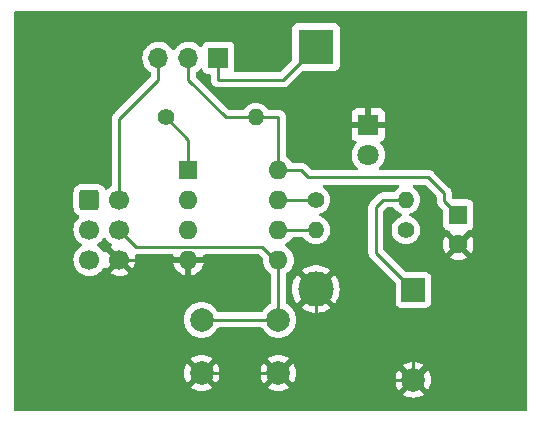
<source format=gtl>
G04 #@! TF.GenerationSoftware,KiCad,Pcbnew,6.0.8-1.fc36*
G04 #@! TF.CreationDate,2022-10-16T22:18:08-05:00*
G04 #@! TF.ProjectId,Pomodoro,506f6d6f-646f-4726-9f2e-6b696361645f,rev?*
G04 #@! TF.SameCoordinates,Original*
G04 #@! TF.FileFunction,Copper,L1,Top*
G04 #@! TF.FilePolarity,Positive*
%FSLAX46Y46*%
G04 Gerber Fmt 4.6, Leading zero omitted, Abs format (unit mm)*
G04 Created by KiCad (PCBNEW 6.0.8-1.fc36) date 2022-10-16 22:18:08*
%MOMM*%
%LPD*%
G01*
G04 APERTURE LIST*
G04 Aperture macros list*
%AMRoundRect*
0 Rectangle with rounded corners*
0 $1 Rounding radius*
0 $2 $3 $4 $5 $6 $7 $8 $9 X,Y pos of 4 corners*
0 Add a 4 corners polygon primitive as box body*
4,1,4,$2,$3,$4,$5,$6,$7,$8,$9,$2,$3,0*
0 Add four circle primitives for the rounded corners*
1,1,$1+$1,$2,$3*
1,1,$1+$1,$4,$5*
1,1,$1+$1,$6,$7*
1,1,$1+$1,$8,$9*
0 Add four rect primitives between the rounded corners*
20,1,$1+$1,$2,$3,$4,$5,0*
20,1,$1+$1,$4,$5,$6,$7,0*
20,1,$1+$1,$6,$7,$8,$9,0*
20,1,$1+$1,$8,$9,$2,$3,0*%
G04 Aperture macros list end*
G04 #@! TA.AperFunction,ComponentPad*
%ADD10R,2.000000X2.000000*%
G04 #@! TD*
G04 #@! TA.AperFunction,ComponentPad*
%ADD11C,2.000000*%
G04 #@! TD*
G04 #@! TA.AperFunction,ComponentPad*
%ADD12R,1.600000X1.600000*%
G04 #@! TD*
G04 #@! TA.AperFunction,ComponentPad*
%ADD13C,1.600000*%
G04 #@! TD*
G04 #@! TA.AperFunction,ComponentPad*
%ADD14R,1.800000X1.800000*%
G04 #@! TD*
G04 #@! TA.AperFunction,ComponentPad*
%ADD15C,1.800000*%
G04 #@! TD*
G04 #@! TA.AperFunction,ComponentPad*
%ADD16RoundRect,0.250000X-0.600000X-0.600000X0.600000X-0.600000X0.600000X0.600000X-0.600000X0.600000X0*%
G04 #@! TD*
G04 #@! TA.AperFunction,ComponentPad*
%ADD17C,1.700000*%
G04 #@! TD*
G04 #@! TA.AperFunction,ComponentPad*
%ADD18R,1.700000X1.700000*%
G04 #@! TD*
G04 #@! TA.AperFunction,ComponentPad*
%ADD19O,1.700000X1.700000*%
G04 #@! TD*
G04 #@! TA.AperFunction,ComponentPad*
%ADD20C,1.400000*%
G04 #@! TD*
G04 #@! TA.AperFunction,ComponentPad*
%ADD21O,1.400000X1.400000*%
G04 #@! TD*
G04 #@! TA.AperFunction,ComponentPad*
%ADD22O,1.600000X1.600000*%
G04 #@! TD*
G04 #@! TA.AperFunction,ComponentPad*
%ADD23R,3.000000X3.000000*%
G04 #@! TD*
G04 #@! TA.AperFunction,ComponentPad*
%ADD24C,3.000000*%
G04 #@! TD*
G04 #@! TA.AperFunction,Conductor*
%ADD25C,0.250000*%
G04 #@! TD*
G04 APERTURE END LIST*
D10*
X104140000Y-123200000D03*
D11*
X104140000Y-130800000D03*
D12*
X107950000Y-116840000D03*
D13*
X107950000Y-119340000D03*
D14*
X100330000Y-109215000D03*
D15*
X100330000Y-111755000D03*
D16*
X76717500Y-115565000D03*
D17*
X79257500Y-115565000D03*
X76717500Y-118105000D03*
X79257500Y-118105000D03*
X76717500Y-120645000D03*
X79257500Y-120645000D03*
D18*
X87630000Y-103530000D03*
D19*
X85090000Y-103530000D03*
X82550000Y-103530000D03*
D20*
X103505000Y-118110000D03*
D21*
X95885000Y-118110000D03*
D20*
X83185000Y-108585000D03*
D21*
X90805000Y-108585000D03*
D11*
X92710000Y-125730000D03*
X86210000Y-125730000D03*
X86210000Y-130230000D03*
X92710000Y-130230000D03*
D12*
X85100000Y-113040000D03*
D22*
X85100000Y-115580000D03*
X85100000Y-118120000D03*
X85100000Y-120660000D03*
X92720000Y-120660000D03*
X92720000Y-118120000D03*
X92720000Y-115580000D03*
X92720000Y-113040000D03*
D20*
X95885000Y-115570000D03*
D21*
X103505000Y-115570000D03*
D23*
X95885000Y-102628920D03*
D24*
X95885000Y-123118920D03*
D25*
X92710000Y-108585000D02*
X88265000Y-108585000D01*
X107950000Y-116840000D02*
X106744888Y-115634888D01*
X105410000Y-113665000D02*
X106744888Y-114999888D01*
X88265000Y-108585000D02*
X85090000Y-105410000D01*
X92710000Y-108585000D02*
X92710000Y-113030000D01*
X95250000Y-113665000D02*
X105410000Y-113665000D01*
X92720000Y-113040000D02*
X94625000Y-113040000D01*
X92710000Y-113030000D02*
X92720000Y-113040000D01*
X94625000Y-113040000D02*
X95250000Y-113665000D01*
X85090000Y-103530000D02*
X85090000Y-105410000D01*
X106744888Y-114999888D02*
X106744888Y-115634888D01*
X95885000Y-127055000D02*
X95885000Y-123118920D01*
X109244888Y-114324888D02*
X104135000Y-109215000D01*
X92710000Y-130230000D02*
X86210000Y-130230000D01*
X85100000Y-123180000D02*
X83185000Y-125095000D01*
X79257500Y-120645000D02*
X85085000Y-120645000D01*
X104140000Y-128905000D02*
X109244888Y-123800112D01*
X104140000Y-130800000D02*
X104140000Y-128905000D01*
X107910000Y-119340000D02*
X109220000Y-120650000D01*
X92710000Y-130230000D02*
X95885000Y-127055000D01*
X85085000Y-120645000D02*
X85100000Y-120660000D01*
X109244888Y-123800112D02*
X109244888Y-116840000D01*
X104135000Y-109215000D02*
X100330000Y-109215000D01*
X104140000Y-130800000D02*
X99630000Y-130800000D01*
X109244888Y-116840000D02*
X109244888Y-114324888D01*
X99630000Y-130800000D02*
X95885000Y-127055000D01*
X85100000Y-120660000D02*
X85100000Y-123180000D01*
X83185000Y-127205000D02*
X86210000Y-130230000D01*
X83185000Y-125095000D02*
X83185000Y-127205000D01*
X85100000Y-113040000D02*
X85100000Y-110500000D01*
X85100000Y-110500000D02*
X83185000Y-108585000D01*
X79257500Y-108702500D02*
X82550000Y-105410000D01*
X79257500Y-115565000D02*
X79257500Y-108702500D01*
X82550000Y-105410000D02*
X82550000Y-103530000D01*
X95885000Y-115570000D02*
X92730000Y-115570000D01*
X92730000Y-115570000D02*
X92720000Y-115580000D01*
X92730000Y-118110000D02*
X92720000Y-118120000D01*
X95885000Y-118110000D02*
X92730000Y-118110000D01*
X80687500Y-119535000D02*
X91346041Y-119535000D01*
X91346041Y-119535000D02*
X92285000Y-120473959D01*
X92285000Y-120473959D02*
X92285000Y-120660000D01*
X86210000Y-125730000D02*
X92710000Y-125730000D01*
X92710000Y-125730000D02*
X92710000Y-120670000D01*
X79257500Y-118105000D02*
X80687500Y-119535000D01*
X92710000Y-120670000D02*
X92720000Y-120660000D01*
X87630000Y-105410000D02*
X93103920Y-105410000D01*
X87630000Y-103530000D02*
X87630000Y-105410000D01*
X93103920Y-105410000D02*
X95885000Y-102628920D01*
X100965000Y-116205000D02*
X100965000Y-120025000D01*
X101600000Y-115570000D02*
X100965000Y-116205000D01*
X100965000Y-120025000D02*
X104140000Y-123200000D01*
X103505000Y-115570000D02*
X101600000Y-115570000D01*
G04 #@! TA.AperFunction,Conductor*
G36*
X113733621Y-99588502D02*
G01*
X113780114Y-99642158D01*
X113791500Y-99694500D01*
X113791500Y-133350500D01*
X113771498Y-133418621D01*
X113717842Y-133465114D01*
X113665500Y-133476500D01*
X70484500Y-133476500D01*
X70416379Y-133456498D01*
X70369886Y-133402842D01*
X70358500Y-133350500D01*
X70358500Y-132032670D01*
X103272160Y-132032670D01*
X103277887Y-132040320D01*
X103449042Y-132145205D01*
X103457837Y-132149687D01*
X103667988Y-132236734D01*
X103677373Y-132239783D01*
X103898554Y-132292885D01*
X103908301Y-132294428D01*
X104135070Y-132312275D01*
X104144930Y-132312275D01*
X104371699Y-132294428D01*
X104381446Y-132292885D01*
X104602627Y-132239783D01*
X104612012Y-132236734D01*
X104822163Y-132149687D01*
X104830958Y-132145205D01*
X104998445Y-132042568D01*
X105007907Y-132032110D01*
X105004124Y-132023334D01*
X104152812Y-131172022D01*
X104138868Y-131164408D01*
X104137035Y-131164539D01*
X104130420Y-131168790D01*
X103278920Y-132020290D01*
X103272160Y-132032670D01*
X70358500Y-132032670D01*
X70358500Y-131462670D01*
X85342160Y-131462670D01*
X85347887Y-131470320D01*
X85519042Y-131575205D01*
X85527837Y-131579687D01*
X85737988Y-131666734D01*
X85747373Y-131669783D01*
X85968554Y-131722885D01*
X85978301Y-131724428D01*
X86205070Y-131742275D01*
X86214930Y-131742275D01*
X86441699Y-131724428D01*
X86451446Y-131722885D01*
X86672627Y-131669783D01*
X86682012Y-131666734D01*
X86892163Y-131579687D01*
X86900958Y-131575205D01*
X87068445Y-131472568D01*
X87077400Y-131462670D01*
X91842160Y-131462670D01*
X91847887Y-131470320D01*
X92019042Y-131575205D01*
X92027837Y-131579687D01*
X92237988Y-131666734D01*
X92247373Y-131669783D01*
X92468554Y-131722885D01*
X92478301Y-131724428D01*
X92705070Y-131742275D01*
X92714930Y-131742275D01*
X92941699Y-131724428D01*
X92951446Y-131722885D01*
X93172627Y-131669783D01*
X93182012Y-131666734D01*
X93392163Y-131579687D01*
X93400958Y-131575205D01*
X93568445Y-131472568D01*
X93577907Y-131462110D01*
X93574124Y-131453334D01*
X92722812Y-130602022D01*
X92708868Y-130594408D01*
X92707035Y-130594539D01*
X92700420Y-130598790D01*
X91848920Y-131450290D01*
X91842160Y-131462670D01*
X87077400Y-131462670D01*
X87077907Y-131462110D01*
X87074124Y-131453334D01*
X86222812Y-130602022D01*
X86208868Y-130594408D01*
X86207035Y-130594539D01*
X86200420Y-130598790D01*
X85348920Y-131450290D01*
X85342160Y-131462670D01*
X70358500Y-131462670D01*
X70358500Y-130234930D01*
X84697725Y-130234930D01*
X84715572Y-130461699D01*
X84717115Y-130471446D01*
X84770217Y-130692627D01*
X84773266Y-130702012D01*
X84860313Y-130912163D01*
X84864795Y-130920958D01*
X84967432Y-131088445D01*
X84977890Y-131097907D01*
X84986666Y-131094124D01*
X85837978Y-130242812D01*
X85844356Y-130231132D01*
X86574408Y-130231132D01*
X86574539Y-130232965D01*
X86578790Y-130239580D01*
X87430290Y-131091080D01*
X87442670Y-131097840D01*
X87450320Y-131092113D01*
X87555205Y-130920958D01*
X87559687Y-130912163D01*
X87646734Y-130702012D01*
X87649783Y-130692627D01*
X87702885Y-130471446D01*
X87704428Y-130461699D01*
X87722275Y-130234930D01*
X91197725Y-130234930D01*
X91215572Y-130461699D01*
X91217115Y-130471446D01*
X91270217Y-130692627D01*
X91273266Y-130702012D01*
X91360313Y-130912163D01*
X91364795Y-130920958D01*
X91467432Y-131088445D01*
X91477890Y-131097907D01*
X91486666Y-131094124D01*
X92337978Y-130242812D01*
X92344356Y-130231132D01*
X93074408Y-130231132D01*
X93074539Y-130232965D01*
X93078790Y-130239580D01*
X93930290Y-131091080D01*
X93942670Y-131097840D01*
X93950320Y-131092113D01*
X94055205Y-130920958D01*
X94059687Y-130912163D01*
X94104104Y-130804930D01*
X102627725Y-130804930D01*
X102645572Y-131031699D01*
X102647115Y-131041446D01*
X102700217Y-131262627D01*
X102703266Y-131272012D01*
X102790313Y-131482163D01*
X102794795Y-131490958D01*
X102897432Y-131658445D01*
X102907890Y-131667907D01*
X102916666Y-131664124D01*
X103767978Y-130812812D01*
X103774356Y-130801132D01*
X104504408Y-130801132D01*
X104504539Y-130802965D01*
X104508790Y-130809580D01*
X105360290Y-131661080D01*
X105372670Y-131667840D01*
X105380320Y-131662113D01*
X105485205Y-131490958D01*
X105489687Y-131482163D01*
X105576734Y-131272012D01*
X105579783Y-131262627D01*
X105632885Y-131041446D01*
X105634428Y-131031699D01*
X105652275Y-130804930D01*
X105652275Y-130795070D01*
X105634428Y-130568301D01*
X105632885Y-130558554D01*
X105579783Y-130337373D01*
X105576734Y-130327988D01*
X105489687Y-130117837D01*
X105485205Y-130109042D01*
X105382568Y-129941555D01*
X105372110Y-129932093D01*
X105363334Y-129935876D01*
X104512022Y-130787188D01*
X104504408Y-130801132D01*
X103774356Y-130801132D01*
X103775592Y-130798868D01*
X103775461Y-130797035D01*
X103771210Y-130790420D01*
X102919710Y-129938920D01*
X102907330Y-129932160D01*
X102899680Y-129937887D01*
X102794795Y-130109042D01*
X102790313Y-130117837D01*
X102703266Y-130327988D01*
X102700217Y-130337373D01*
X102647115Y-130558554D01*
X102645572Y-130568301D01*
X102627725Y-130795070D01*
X102627725Y-130804930D01*
X94104104Y-130804930D01*
X94146734Y-130702012D01*
X94149783Y-130692627D01*
X94202885Y-130471446D01*
X94204428Y-130461699D01*
X94222275Y-130234930D01*
X94222275Y-130225070D01*
X94204428Y-129998301D01*
X94202885Y-129988554D01*
X94149783Y-129767373D01*
X94146734Y-129757988D01*
X94067993Y-129567890D01*
X103272093Y-129567890D01*
X103275876Y-129576666D01*
X104127188Y-130427978D01*
X104141132Y-130435592D01*
X104142965Y-130435461D01*
X104149580Y-130431210D01*
X105001080Y-129579710D01*
X105007840Y-129567330D01*
X105002113Y-129559680D01*
X104830958Y-129454795D01*
X104822163Y-129450313D01*
X104612012Y-129363266D01*
X104602627Y-129360217D01*
X104381446Y-129307115D01*
X104371699Y-129305572D01*
X104144930Y-129287725D01*
X104135070Y-129287725D01*
X103908301Y-129305572D01*
X103898554Y-129307115D01*
X103677373Y-129360217D01*
X103667988Y-129363266D01*
X103457837Y-129450313D01*
X103449042Y-129454795D01*
X103281555Y-129557432D01*
X103272093Y-129567890D01*
X94067993Y-129567890D01*
X94059687Y-129547837D01*
X94055205Y-129539042D01*
X93952568Y-129371555D01*
X93942110Y-129362093D01*
X93933334Y-129365876D01*
X93082022Y-130217188D01*
X93074408Y-130231132D01*
X92344356Y-130231132D01*
X92345592Y-130228868D01*
X92345461Y-130227035D01*
X92341210Y-130220420D01*
X91489710Y-129368920D01*
X91477330Y-129362160D01*
X91469680Y-129367887D01*
X91364795Y-129539042D01*
X91360313Y-129547837D01*
X91273266Y-129757988D01*
X91270217Y-129767373D01*
X91217115Y-129988554D01*
X91215572Y-129998301D01*
X91197725Y-130225070D01*
X91197725Y-130234930D01*
X87722275Y-130234930D01*
X87722275Y-130225070D01*
X87704428Y-129998301D01*
X87702885Y-129988554D01*
X87649783Y-129767373D01*
X87646734Y-129757988D01*
X87559687Y-129547837D01*
X87555205Y-129539042D01*
X87452568Y-129371555D01*
X87442110Y-129362093D01*
X87433334Y-129365876D01*
X86582022Y-130217188D01*
X86574408Y-130231132D01*
X85844356Y-130231132D01*
X85845592Y-130228868D01*
X85845461Y-130227035D01*
X85841210Y-130220420D01*
X84989710Y-129368920D01*
X84977330Y-129362160D01*
X84969680Y-129367887D01*
X84864795Y-129539042D01*
X84860313Y-129547837D01*
X84773266Y-129757988D01*
X84770217Y-129767373D01*
X84717115Y-129988554D01*
X84715572Y-129998301D01*
X84697725Y-130225070D01*
X84697725Y-130234930D01*
X70358500Y-130234930D01*
X70358500Y-128997890D01*
X85342093Y-128997890D01*
X85345876Y-129006666D01*
X86197188Y-129857978D01*
X86211132Y-129865592D01*
X86212965Y-129865461D01*
X86219580Y-129861210D01*
X87071080Y-129009710D01*
X87077534Y-128997890D01*
X91842093Y-128997890D01*
X91845876Y-129006666D01*
X92697188Y-129857978D01*
X92711132Y-129865592D01*
X92712965Y-129865461D01*
X92719580Y-129861210D01*
X93571080Y-129009710D01*
X93577840Y-128997330D01*
X93572113Y-128989680D01*
X93400958Y-128884795D01*
X93392163Y-128880313D01*
X93182012Y-128793266D01*
X93172627Y-128790217D01*
X92951446Y-128737115D01*
X92941699Y-128735572D01*
X92714930Y-128717725D01*
X92705070Y-128717725D01*
X92478301Y-128735572D01*
X92468554Y-128737115D01*
X92247373Y-128790217D01*
X92237988Y-128793266D01*
X92027837Y-128880313D01*
X92019042Y-128884795D01*
X91851555Y-128987432D01*
X91842093Y-128997890D01*
X87077534Y-128997890D01*
X87077840Y-128997330D01*
X87072113Y-128989680D01*
X86900958Y-128884795D01*
X86892163Y-128880313D01*
X86682012Y-128793266D01*
X86672627Y-128790217D01*
X86451446Y-128737115D01*
X86441699Y-128735572D01*
X86214930Y-128717725D01*
X86205070Y-128717725D01*
X85978301Y-128735572D01*
X85968554Y-128737115D01*
X85747373Y-128790217D01*
X85737988Y-128793266D01*
X85527837Y-128880313D01*
X85519042Y-128884795D01*
X85351555Y-128987432D01*
X85342093Y-128997890D01*
X70358500Y-128997890D01*
X70358500Y-120611695D01*
X75354751Y-120611695D01*
X75355048Y-120616848D01*
X75355048Y-120616851D01*
X75357410Y-120657812D01*
X75367610Y-120834715D01*
X75368747Y-120839761D01*
X75368748Y-120839767D01*
X75389421Y-120931497D01*
X75416722Y-121052639D01*
X75456819Y-121151387D01*
X75487499Y-121226942D01*
X75500766Y-121259616D01*
X75617487Y-121450088D01*
X75763750Y-121618938D01*
X75935626Y-121761632D01*
X76128500Y-121874338D01*
X76133325Y-121876180D01*
X76133326Y-121876181D01*
X76173416Y-121891490D01*
X76337192Y-121954030D01*
X76342260Y-121955061D01*
X76342263Y-121955062D01*
X76447104Y-121976392D01*
X76556097Y-121998567D01*
X76561272Y-121998757D01*
X76561274Y-121998757D01*
X76774173Y-122006564D01*
X76774177Y-122006564D01*
X76779337Y-122006753D01*
X76784457Y-122006097D01*
X76784459Y-122006097D01*
X76995788Y-121979025D01*
X76995789Y-121979025D01*
X77000916Y-121978368D01*
X77005866Y-121976883D01*
X77209929Y-121915661D01*
X77209934Y-121915659D01*
X77214884Y-121914174D01*
X77415494Y-121815896D01*
X77480044Y-121769853D01*
X78497477Y-121769853D01*
X78502758Y-121776907D01*
X78664256Y-121871279D01*
X78673542Y-121875729D01*
X78872501Y-121951703D01*
X78882399Y-121954579D01*
X79091095Y-121997038D01*
X79101323Y-121998257D01*
X79314150Y-122006062D01*
X79324436Y-122005595D01*
X79535685Y-121978534D01*
X79545762Y-121976392D01*
X79749755Y-121915191D01*
X79759342Y-121911433D01*
X79950598Y-121817738D01*
X79959444Y-121812465D01*
X80006747Y-121778723D01*
X80015148Y-121768023D01*
X80008160Y-121754870D01*
X79270312Y-121017022D01*
X79256368Y-121009408D01*
X79254535Y-121009539D01*
X79247920Y-121013790D01*
X78504237Y-121757473D01*
X78497477Y-121769853D01*
X77480044Y-121769853D01*
X77597360Y-121686173D01*
X77612087Y-121671498D01*
X77751935Y-121532137D01*
X77755596Y-121528489D01*
X77772978Y-121504300D01*
X77885953Y-121347077D01*
X77887140Y-121347930D01*
X77934460Y-121304362D01*
X78004397Y-121292145D01*
X78069838Y-121319678D01*
X78097666Y-121351512D01*
X78123959Y-121394419D01*
X78134416Y-121403880D01*
X78143194Y-121400096D01*
X78885478Y-120657812D01*
X78893092Y-120643868D01*
X78892961Y-120642035D01*
X78888710Y-120635420D01*
X78147349Y-119894059D01*
X78135813Y-119887759D01*
X78123531Y-119897382D01*
X78090999Y-119945072D01*
X78036087Y-119990075D01*
X77965563Y-119998246D01*
X77901816Y-119966992D01*
X77881118Y-119942508D01*
X77800322Y-119817617D01*
X77800320Y-119817614D01*
X77797514Y-119813277D01*
X77647170Y-119648051D01*
X77643119Y-119644852D01*
X77643115Y-119644848D01*
X77475914Y-119512800D01*
X77475910Y-119512798D01*
X77471859Y-119509598D01*
X77430553Y-119486796D01*
X77380584Y-119436364D01*
X77365812Y-119366921D01*
X77390928Y-119300516D01*
X77418280Y-119273909D01*
X77462103Y-119242650D01*
X77597360Y-119146173D01*
X77626153Y-119117481D01*
X77751935Y-118992137D01*
X77755596Y-118988489D01*
X77764864Y-118975592D01*
X77885953Y-118807077D01*
X77887276Y-118808028D01*
X77934145Y-118764857D01*
X78004080Y-118752625D01*
X78069526Y-118780144D01*
X78097375Y-118811994D01*
X78157487Y-118910088D01*
X78303750Y-119078938D01*
X78475626Y-119221632D01*
X78520122Y-119247633D01*
X78549455Y-119264774D01*
X78598179Y-119316412D01*
X78611250Y-119386195D01*
X78584519Y-119451967D01*
X78544062Y-119485327D01*
X78535960Y-119489544D01*
X78527234Y-119495039D01*
X78507177Y-119510099D01*
X78498723Y-119521427D01*
X78505468Y-119533758D01*
X80367974Y-121396264D01*
X80379984Y-121402823D01*
X80391723Y-121393855D01*
X80422504Y-121351019D01*
X80427815Y-121342180D01*
X80522170Y-121151267D01*
X80525969Y-121141672D01*
X80587876Y-120937915D01*
X80590055Y-120927834D01*
X80590228Y-120926522D01*
X83817273Y-120926522D01*
X83864764Y-121103761D01*
X83868510Y-121114053D01*
X83960586Y-121311511D01*
X83966069Y-121321007D01*
X84091028Y-121499467D01*
X84098084Y-121507875D01*
X84252125Y-121661916D01*
X84260533Y-121668972D01*
X84438993Y-121793931D01*
X84448489Y-121799414D01*
X84645947Y-121891490D01*
X84656239Y-121895236D01*
X84828503Y-121941394D01*
X84842599Y-121941058D01*
X84846000Y-121933116D01*
X84846000Y-121927967D01*
X85354000Y-121927967D01*
X85357973Y-121941498D01*
X85366522Y-121942727D01*
X85543761Y-121895236D01*
X85554053Y-121891490D01*
X85751511Y-121799414D01*
X85761007Y-121793931D01*
X85939467Y-121668972D01*
X85947875Y-121661916D01*
X86101916Y-121507875D01*
X86108972Y-121499467D01*
X86233931Y-121321007D01*
X86239414Y-121311511D01*
X86331490Y-121114053D01*
X86335236Y-121103761D01*
X86381394Y-120931497D01*
X86381058Y-120917401D01*
X86373116Y-120914000D01*
X85372115Y-120914000D01*
X85356876Y-120918475D01*
X85355671Y-120919865D01*
X85354000Y-120927548D01*
X85354000Y-121927967D01*
X84846000Y-121927967D01*
X84846000Y-120932115D01*
X84841525Y-120916876D01*
X84840135Y-120915671D01*
X84832452Y-120914000D01*
X83832033Y-120914000D01*
X83818502Y-120917973D01*
X83817273Y-120926522D01*
X80590228Y-120926522D01*
X80618090Y-120714887D01*
X80618609Y-120708212D01*
X80620072Y-120648364D01*
X80619878Y-120641646D01*
X80602281Y-120427604D01*
X80600596Y-120417424D01*
X80577979Y-120327382D01*
X80580783Y-120256441D01*
X80621496Y-120198277D01*
X80688327Y-120171245D01*
X80711455Y-120169059D01*
X80723311Y-120168500D01*
X83713349Y-120168500D01*
X83781470Y-120188502D01*
X83827963Y-120242158D01*
X83838067Y-120312432D01*
X83835056Y-120327111D01*
X83818606Y-120388503D01*
X83818942Y-120402599D01*
X83826884Y-120406000D01*
X86367967Y-120406000D01*
X86381498Y-120402027D01*
X86382727Y-120393478D01*
X86364944Y-120327111D01*
X86366634Y-120256134D01*
X86406428Y-120197339D01*
X86471693Y-120169391D01*
X86486651Y-120168500D01*
X91031447Y-120168500D01*
X91099568Y-120188502D01*
X91120542Y-120205405D01*
X91378522Y-120463385D01*
X91412548Y-120525697D01*
X91414948Y-120563462D01*
X91408108Y-120641646D01*
X91406502Y-120660000D01*
X91426457Y-120888087D01*
X91427881Y-120893400D01*
X91427881Y-120893402D01*
X91469198Y-121047596D01*
X91485716Y-121109243D01*
X91488039Y-121114224D01*
X91488039Y-121114225D01*
X91580151Y-121311762D01*
X91580154Y-121311767D01*
X91582477Y-121316749D01*
X91636467Y-121393855D01*
X91697512Y-121481035D01*
X91713802Y-121504300D01*
X91875700Y-121666198D01*
X91880208Y-121669355D01*
X91880211Y-121669357D01*
X92022771Y-121769179D01*
X92067099Y-121824636D01*
X92076500Y-121872392D01*
X92076500Y-124278434D01*
X92056498Y-124346555D01*
X92016335Y-124385867D01*
X91824798Y-124503241D01*
X91824792Y-124503245D01*
X91820584Y-124505824D01*
X91640031Y-124660031D01*
X91485824Y-124840584D01*
X91483245Y-124844792D01*
X91483241Y-124844798D01*
X91365867Y-125036335D01*
X91313219Y-125083966D01*
X91258434Y-125096500D01*
X87661566Y-125096500D01*
X87593445Y-125076498D01*
X87554133Y-125036335D01*
X87436759Y-124844798D01*
X87436755Y-124844792D01*
X87434176Y-124840584D01*
X87279969Y-124660031D01*
X87099416Y-124505824D01*
X87095208Y-124503245D01*
X87095202Y-124503241D01*
X86901183Y-124384346D01*
X86896963Y-124381760D01*
X86892393Y-124379867D01*
X86892389Y-124379865D01*
X86682167Y-124292789D01*
X86682165Y-124292788D01*
X86677594Y-124290895D01*
X86597391Y-124271640D01*
X86451524Y-124236620D01*
X86451518Y-124236619D01*
X86446711Y-124235465D01*
X86210000Y-124216835D01*
X85973289Y-124235465D01*
X85968482Y-124236619D01*
X85968476Y-124236620D01*
X85822609Y-124271640D01*
X85742406Y-124290895D01*
X85737835Y-124292788D01*
X85737833Y-124292789D01*
X85527611Y-124379865D01*
X85527607Y-124379867D01*
X85523037Y-124381760D01*
X85518817Y-124384346D01*
X85324798Y-124503241D01*
X85324792Y-124503245D01*
X85320584Y-124505824D01*
X85140031Y-124660031D01*
X84985824Y-124840584D01*
X84983245Y-124844792D01*
X84983241Y-124844798D01*
X84871236Y-125027573D01*
X84861760Y-125043037D01*
X84859867Y-125047607D01*
X84859865Y-125047611D01*
X84839615Y-125096500D01*
X84770895Y-125262406D01*
X84715465Y-125493289D01*
X84696835Y-125730000D01*
X84715465Y-125966711D01*
X84770895Y-126197594D01*
X84772788Y-126202165D01*
X84772789Y-126202167D01*
X84844807Y-126376034D01*
X84861760Y-126416963D01*
X84864346Y-126421183D01*
X84983241Y-126615202D01*
X84983245Y-126615208D01*
X84985824Y-126619416D01*
X85140031Y-126799969D01*
X85320584Y-126954176D01*
X85324792Y-126956755D01*
X85324798Y-126956759D01*
X85518817Y-127075654D01*
X85523037Y-127078240D01*
X85527607Y-127080133D01*
X85527611Y-127080135D01*
X85737833Y-127167211D01*
X85742406Y-127169105D01*
X85822609Y-127188360D01*
X85968476Y-127223380D01*
X85968482Y-127223381D01*
X85973289Y-127224535D01*
X86210000Y-127243165D01*
X86446711Y-127224535D01*
X86451518Y-127223381D01*
X86451524Y-127223380D01*
X86597391Y-127188360D01*
X86677594Y-127169105D01*
X86682167Y-127167211D01*
X86892389Y-127080135D01*
X86892393Y-127080133D01*
X86896963Y-127078240D01*
X86901183Y-127075654D01*
X87095202Y-126956759D01*
X87095208Y-126956755D01*
X87099416Y-126954176D01*
X87279969Y-126799969D01*
X87434176Y-126619416D01*
X87436755Y-126615208D01*
X87436759Y-126615202D01*
X87554133Y-126423665D01*
X87606781Y-126376034D01*
X87661566Y-126363500D01*
X91258434Y-126363500D01*
X91326555Y-126383502D01*
X91365867Y-126423665D01*
X91483241Y-126615202D01*
X91483245Y-126615208D01*
X91485824Y-126619416D01*
X91640031Y-126799969D01*
X91820584Y-126954176D01*
X91824792Y-126956755D01*
X91824798Y-126956759D01*
X92018817Y-127075654D01*
X92023037Y-127078240D01*
X92027607Y-127080133D01*
X92027611Y-127080135D01*
X92237833Y-127167211D01*
X92242406Y-127169105D01*
X92322609Y-127188360D01*
X92468476Y-127223380D01*
X92468482Y-127223381D01*
X92473289Y-127224535D01*
X92710000Y-127243165D01*
X92946711Y-127224535D01*
X92951518Y-127223381D01*
X92951524Y-127223380D01*
X93097391Y-127188360D01*
X93177594Y-127169105D01*
X93182167Y-127167211D01*
X93392389Y-127080135D01*
X93392393Y-127080133D01*
X93396963Y-127078240D01*
X93401183Y-127075654D01*
X93595202Y-126956759D01*
X93595208Y-126956755D01*
X93599416Y-126954176D01*
X93779969Y-126799969D01*
X93934176Y-126619416D01*
X93936755Y-126615208D01*
X93936759Y-126615202D01*
X94055654Y-126421183D01*
X94058240Y-126416963D01*
X94075194Y-126376034D01*
X94147211Y-126202167D01*
X94147212Y-126202165D01*
X94149105Y-126197594D01*
X94204535Y-125966711D01*
X94223165Y-125730000D01*
X94204535Y-125493289D01*
X94149105Y-125262406D01*
X94080385Y-125096500D01*
X94060135Y-125047611D01*
X94060133Y-125047607D01*
X94058240Y-125043037D01*
X94048764Y-125027573D01*
X93936759Y-124844798D01*
X93936755Y-124844792D01*
X93934176Y-124840584D01*
X93821429Y-124708574D01*
X94660618Y-124708574D01*
X94667673Y-124718547D01*
X94698679Y-124744471D01*
X94705598Y-124749499D01*
X94930272Y-124890435D01*
X94937807Y-124894476D01*
X95179520Y-125003614D01*
X95187551Y-125006600D01*
X95441832Y-125081922D01*
X95450184Y-125083789D01*
X95712340Y-125123904D01*
X95720874Y-125124620D01*
X95986045Y-125128787D01*
X95994596Y-125128338D01*
X96257883Y-125096477D01*
X96266284Y-125094875D01*
X96522824Y-125027573D01*
X96530926Y-125024846D01*
X96775949Y-124923354D01*
X96783617Y-124919548D01*
X97012598Y-124785742D01*
X97019679Y-124780929D01*
X97099655Y-124718221D01*
X97108125Y-124706362D01*
X97101608Y-124694738D01*
X95897812Y-123490942D01*
X95883868Y-123483328D01*
X95882035Y-123483459D01*
X95875420Y-123487710D01*
X94667910Y-124695220D01*
X94660618Y-124708574D01*
X93821429Y-124708574D01*
X93779969Y-124660031D01*
X93599416Y-124505824D01*
X93595208Y-124503245D01*
X93595202Y-124503241D01*
X93403665Y-124385867D01*
X93356034Y-124333219D01*
X93343500Y-124278434D01*
X93343500Y-123102124D01*
X93872665Y-123102124D01*
X93887932Y-123366889D01*
X93889005Y-123375390D01*
X93940065Y-123635642D01*
X93942276Y-123643894D01*
X94028184Y-123894814D01*
X94031499Y-123902699D01*
X94150664Y-124139633D01*
X94155020Y-124146999D01*
X94284347Y-124335170D01*
X94294601Y-124343514D01*
X94308342Y-124336368D01*
X95512978Y-123131732D01*
X95519356Y-123120052D01*
X96249408Y-123120052D01*
X96249539Y-123121885D01*
X96253790Y-123128500D01*
X97460730Y-124335440D01*
X97472939Y-124342107D01*
X97484439Y-124333417D01*
X97581831Y-124200833D01*
X97586418Y-124193605D01*
X97712962Y-123960541D01*
X97716530Y-123952747D01*
X97810271Y-123704670D01*
X97812748Y-123696464D01*
X97871954Y-123437958D01*
X97873294Y-123429497D01*
X97897031Y-123163536D01*
X97897277Y-123158597D01*
X97897666Y-123121405D01*
X97897523Y-123116439D01*
X97879362Y-122850043D01*
X97878201Y-122841569D01*
X97824419Y-122581864D01*
X97822120Y-122573629D01*
X97733588Y-122323625D01*
X97730191Y-122315774D01*
X97608550Y-122080098D01*
X97604122Y-122072786D01*
X97485031Y-121903337D01*
X97474509Y-121894957D01*
X97461121Y-121902009D01*
X96257022Y-123106108D01*
X96249408Y-123120052D01*
X95519356Y-123120052D01*
X95520592Y-123117788D01*
X95520461Y-123115955D01*
X95516210Y-123109340D01*
X94308814Y-121901944D01*
X94296804Y-121895386D01*
X94285064Y-121904354D01*
X94176935Y-122054831D01*
X94172418Y-122062116D01*
X94048325Y-122296487D01*
X94044839Y-122304315D01*
X93953700Y-122553366D01*
X93951311Y-122561590D01*
X93894812Y-122820715D01*
X93893563Y-122829170D01*
X93872754Y-123093573D01*
X93872665Y-123102124D01*
X93343500Y-123102124D01*
X93343500Y-121886396D01*
X93363502Y-121818275D01*
X93397229Y-121783183D01*
X93559789Y-121669357D01*
X93559792Y-121669355D01*
X93564300Y-121666198D01*
X93699078Y-121531420D01*
X94661584Y-121531420D01*
X94667980Y-121542690D01*
X95872188Y-122746898D01*
X95886132Y-122754512D01*
X95887965Y-122754381D01*
X95894580Y-122750130D01*
X97101604Y-121543106D01*
X97108795Y-121529937D01*
X97101473Y-121519700D01*
X97054233Y-121481035D01*
X97047261Y-121476080D01*
X96821122Y-121337502D01*
X96813552Y-121333544D01*
X96570704Y-121226942D01*
X96562644Y-121224040D01*
X96307592Y-121151387D01*
X96299214Y-121149605D01*
X96036656Y-121112238D01*
X96028111Y-121111611D01*
X95762908Y-121110222D01*
X95754374Y-121110759D01*
X95491433Y-121145376D01*
X95483035Y-121147069D01*
X95227238Y-121217047D01*
X95219143Y-121219866D01*
X94975199Y-121323917D01*
X94967577Y-121327801D01*
X94740013Y-121463995D01*
X94732981Y-121468882D01*
X94670053Y-121519297D01*
X94661584Y-121531420D01*
X93699078Y-121531420D01*
X93726198Y-121504300D01*
X93742489Y-121481035D01*
X93803533Y-121393855D01*
X93857523Y-121316749D01*
X93859846Y-121311767D01*
X93859849Y-121311762D01*
X93951961Y-121114225D01*
X93951961Y-121114224D01*
X93954284Y-121109243D01*
X93970803Y-121047596D01*
X94012119Y-120893402D01*
X94012119Y-120893400D01*
X94013543Y-120888087D01*
X94033498Y-120660000D01*
X94013543Y-120431913D01*
X93985461Y-120327111D01*
X93955707Y-120216067D01*
X93955706Y-120216065D01*
X93954284Y-120210757D01*
X93948027Y-120197339D01*
X93859849Y-120008238D01*
X93859846Y-120008233D01*
X93857523Y-120003251D01*
X93726198Y-119815700D01*
X93564300Y-119653802D01*
X93559792Y-119650645D01*
X93559789Y-119650643D01*
X93481611Y-119595902D01*
X93376749Y-119522477D01*
X93371767Y-119520154D01*
X93371762Y-119520151D01*
X93337543Y-119504195D01*
X93284258Y-119457278D01*
X93264797Y-119389001D01*
X93285339Y-119321041D01*
X93337543Y-119275805D01*
X93371762Y-119259849D01*
X93371767Y-119259846D01*
X93376749Y-119257523D01*
X93515185Y-119160589D01*
X93559789Y-119129357D01*
X93559792Y-119129355D01*
X93564300Y-119126198D01*
X93726198Y-118964300D01*
X93742300Y-118941305D01*
X93843183Y-118797229D01*
X93898640Y-118752901D01*
X93946396Y-118743500D01*
X94787685Y-118743500D01*
X94855806Y-118763502D01*
X94890897Y-118797229D01*
X94955699Y-118889776D01*
X95105224Y-119039301D01*
X95278442Y-119160589D01*
X95283420Y-119162910D01*
X95283423Y-119162912D01*
X95402261Y-119218327D01*
X95470090Y-119249956D01*
X95475398Y-119251378D01*
X95475400Y-119251379D01*
X95669030Y-119303262D01*
X95669032Y-119303262D01*
X95674345Y-119304686D01*
X95885000Y-119323116D01*
X96095655Y-119304686D01*
X96100968Y-119303262D01*
X96100970Y-119303262D01*
X96294600Y-119251379D01*
X96294602Y-119251378D01*
X96299910Y-119249956D01*
X96367739Y-119218327D01*
X96486577Y-119162912D01*
X96486580Y-119162910D01*
X96491558Y-119160589D01*
X96664776Y-119039301D01*
X96814301Y-118889776D01*
X96935589Y-118716558D01*
X96953106Y-118678994D01*
X97022633Y-118529892D01*
X97022634Y-118529891D01*
X97024956Y-118524910D01*
X97049158Y-118434589D01*
X97078262Y-118325970D01*
X97078262Y-118325968D01*
X97079686Y-118320655D01*
X97098116Y-118110000D01*
X97079686Y-117899345D01*
X97076299Y-117886705D01*
X97026379Y-117700400D01*
X97026378Y-117700398D01*
X97024956Y-117695090D01*
X97022633Y-117690108D01*
X96937912Y-117508423D01*
X96937910Y-117508420D01*
X96935589Y-117503442D01*
X96814301Y-117330224D01*
X96664776Y-117180699D01*
X96491558Y-117059411D01*
X96486580Y-117057090D01*
X96486577Y-117057088D01*
X96304892Y-116972367D01*
X96304891Y-116972366D01*
X96299910Y-116970044D01*
X96294602Y-116968622D01*
X96294600Y-116968621D01*
X96268796Y-116961707D01*
X96208173Y-116924755D01*
X96177152Y-116860894D01*
X96185580Y-116790400D01*
X96230783Y-116735653D01*
X96268796Y-116718293D01*
X96294600Y-116711379D01*
X96294602Y-116711378D01*
X96299910Y-116709956D01*
X96442462Y-116643483D01*
X96486577Y-116622912D01*
X96486580Y-116622910D01*
X96491558Y-116620589D01*
X96664776Y-116499301D01*
X96814301Y-116349776D01*
X96935589Y-116176558D01*
X96945576Y-116155142D01*
X97022633Y-115989892D01*
X97022634Y-115989891D01*
X97024956Y-115984910D01*
X97026911Y-115977616D01*
X97078262Y-115785970D01*
X97078262Y-115785968D01*
X97079686Y-115780655D01*
X97098116Y-115570000D01*
X97079686Y-115359345D01*
X97076399Y-115347076D01*
X97026379Y-115160400D01*
X97026378Y-115160398D01*
X97024956Y-115155090D01*
X97017263Y-115138593D01*
X96937912Y-114968423D01*
X96937910Y-114968420D01*
X96935589Y-114963442D01*
X96814301Y-114790224D01*
X96664776Y-114640699D01*
X96503413Y-114527712D01*
X96459086Y-114472256D01*
X96451777Y-114401637D01*
X96483808Y-114338276D01*
X96545009Y-114302291D01*
X96575685Y-114298500D01*
X102814315Y-114298500D01*
X102882436Y-114318502D01*
X102928929Y-114372158D01*
X102939033Y-114442432D01*
X102909539Y-114507012D01*
X102886588Y-114527711D01*
X102725224Y-114640699D01*
X102575699Y-114790224D01*
X102510898Y-114882770D01*
X102455441Y-114927099D01*
X102407685Y-114936500D01*
X101678768Y-114936500D01*
X101667585Y-114935973D01*
X101660092Y-114934298D01*
X101652166Y-114934547D01*
X101652165Y-114934547D01*
X101592002Y-114936438D01*
X101588044Y-114936500D01*
X101560144Y-114936500D01*
X101556154Y-114937004D01*
X101544320Y-114937936D01*
X101500111Y-114939326D01*
X101492495Y-114941539D01*
X101492493Y-114941539D01*
X101480652Y-114944979D01*
X101461293Y-114948988D01*
X101459983Y-114949154D01*
X101441203Y-114951526D01*
X101433837Y-114954442D01*
X101433831Y-114954444D01*
X101400098Y-114967800D01*
X101388868Y-114971645D01*
X101354017Y-114981770D01*
X101346407Y-114983981D01*
X101339584Y-114988016D01*
X101328966Y-114994295D01*
X101311213Y-115002992D01*
X101303568Y-115006019D01*
X101292383Y-115010448D01*
X101285968Y-115015109D01*
X101256612Y-115036437D01*
X101246695Y-115042951D01*
X101208638Y-115065458D01*
X101194317Y-115079779D01*
X101179284Y-115092619D01*
X101162893Y-115104528D01*
X101145316Y-115125775D01*
X101134712Y-115138593D01*
X101126722Y-115147374D01*
X100572742Y-115701353D01*
X100564463Y-115708887D01*
X100557982Y-115713000D01*
X100530388Y-115742385D01*
X100511357Y-115762651D01*
X100508602Y-115765493D01*
X100488865Y-115785230D01*
X100486385Y-115788427D01*
X100478682Y-115797447D01*
X100448414Y-115829679D01*
X100444595Y-115836625D01*
X100444593Y-115836628D01*
X100438652Y-115847434D01*
X100427801Y-115863953D01*
X100415386Y-115879959D01*
X100412241Y-115887228D01*
X100412238Y-115887232D01*
X100397826Y-115920537D01*
X100392609Y-115931187D01*
X100371305Y-115969940D01*
X100369334Y-115977615D01*
X100369334Y-115977616D01*
X100366267Y-115989562D01*
X100359863Y-116008266D01*
X100351819Y-116026855D01*
X100350580Y-116034678D01*
X100350577Y-116034688D01*
X100344901Y-116070524D01*
X100342495Y-116082144D01*
X100331500Y-116124970D01*
X100331500Y-116145224D01*
X100329949Y-116164934D01*
X100326780Y-116184943D01*
X100327526Y-116192835D01*
X100330941Y-116228961D01*
X100331500Y-116240819D01*
X100331500Y-119946233D01*
X100330973Y-119957416D01*
X100329298Y-119964909D01*
X100329547Y-119972835D01*
X100329547Y-119972836D01*
X100331438Y-120032986D01*
X100331500Y-120036945D01*
X100331500Y-120064856D01*
X100331997Y-120068790D01*
X100331997Y-120068791D01*
X100332005Y-120068856D01*
X100332938Y-120080693D01*
X100334327Y-120124889D01*
X100337613Y-120136199D01*
X100339978Y-120144339D01*
X100343987Y-120163700D01*
X100346526Y-120183797D01*
X100349445Y-120191168D01*
X100349445Y-120191170D01*
X100362804Y-120224912D01*
X100366649Y-120236142D01*
X100378982Y-120278593D01*
X100383015Y-120285412D01*
X100383017Y-120285417D01*
X100389293Y-120296028D01*
X100397988Y-120313776D01*
X100405448Y-120332617D01*
X100410110Y-120339033D01*
X100410110Y-120339034D01*
X100431436Y-120368387D01*
X100437952Y-120378307D01*
X100454330Y-120406000D01*
X100460458Y-120416362D01*
X100474779Y-120430683D01*
X100487619Y-120445716D01*
X100499528Y-120462107D01*
X100505634Y-120467158D01*
X100533605Y-120490298D01*
X100542384Y-120498288D01*
X102594595Y-122550500D01*
X102628621Y-122612812D01*
X102631500Y-122639595D01*
X102631500Y-124248134D01*
X102638255Y-124310316D01*
X102689385Y-124446705D01*
X102776739Y-124563261D01*
X102893295Y-124650615D01*
X103029684Y-124701745D01*
X103091866Y-124708500D01*
X105188134Y-124708500D01*
X105250316Y-124701745D01*
X105386705Y-124650615D01*
X105503261Y-124563261D01*
X105590615Y-124446705D01*
X105641745Y-124310316D01*
X105648500Y-124248134D01*
X105648500Y-122151866D01*
X105641745Y-122089684D01*
X105590615Y-121953295D01*
X105503261Y-121836739D01*
X105386705Y-121749385D01*
X105250316Y-121698255D01*
X105188134Y-121691500D01*
X103579594Y-121691500D01*
X103511473Y-121671498D01*
X103490499Y-121654595D01*
X102261967Y-120426062D01*
X107228493Y-120426062D01*
X107237789Y-120438077D01*
X107288994Y-120473931D01*
X107298489Y-120479414D01*
X107495947Y-120571490D01*
X107506239Y-120575236D01*
X107716688Y-120631625D01*
X107727481Y-120633528D01*
X107944525Y-120652517D01*
X107955475Y-120652517D01*
X108172519Y-120633528D01*
X108183312Y-120631625D01*
X108393761Y-120575236D01*
X108404053Y-120571490D01*
X108601511Y-120479414D01*
X108611006Y-120473931D01*
X108663048Y-120437491D01*
X108671424Y-120427012D01*
X108664356Y-120413566D01*
X107962812Y-119712022D01*
X107948868Y-119704408D01*
X107947035Y-119704539D01*
X107940420Y-119708790D01*
X107234923Y-120414287D01*
X107228493Y-120426062D01*
X102261967Y-120426062D01*
X101635405Y-119799500D01*
X101601379Y-119737188D01*
X101598500Y-119710405D01*
X101598500Y-119345475D01*
X106637483Y-119345475D01*
X106656472Y-119562519D01*
X106658375Y-119573312D01*
X106714764Y-119783761D01*
X106718510Y-119794053D01*
X106810586Y-119991511D01*
X106816069Y-120001006D01*
X106852509Y-120053048D01*
X106862988Y-120061424D01*
X106876434Y-120054356D01*
X107577978Y-119352812D01*
X107584356Y-119341132D01*
X108314408Y-119341132D01*
X108314539Y-119342965D01*
X108318790Y-119349580D01*
X109024287Y-120055077D01*
X109036062Y-120061507D01*
X109048077Y-120052211D01*
X109083931Y-120001006D01*
X109089414Y-119991511D01*
X109181490Y-119794053D01*
X109185236Y-119783761D01*
X109241625Y-119573312D01*
X109243528Y-119562519D01*
X109262517Y-119345475D01*
X109262517Y-119334525D01*
X109243528Y-119117481D01*
X109241625Y-119106688D01*
X109185236Y-118896239D01*
X109181490Y-118885947D01*
X109089414Y-118688489D01*
X109083931Y-118678994D01*
X109047491Y-118626952D01*
X109037012Y-118618576D01*
X109023566Y-118625644D01*
X108322022Y-119327188D01*
X108314408Y-119341132D01*
X107584356Y-119341132D01*
X107585592Y-119338868D01*
X107585461Y-119337035D01*
X107581210Y-119330420D01*
X106875713Y-118624923D01*
X106863938Y-118618493D01*
X106851923Y-118627789D01*
X106816069Y-118678994D01*
X106810586Y-118688489D01*
X106718510Y-118885947D01*
X106714764Y-118896239D01*
X106658375Y-119106688D01*
X106656472Y-119117481D01*
X106637483Y-119334525D01*
X106637483Y-119345475D01*
X101598500Y-119345475D01*
X101598500Y-116519594D01*
X101618502Y-116451473D01*
X101635405Y-116430499D01*
X101825499Y-116240405D01*
X101887811Y-116206379D01*
X101914594Y-116203500D01*
X102407685Y-116203500D01*
X102475806Y-116223502D01*
X102510897Y-116257229D01*
X102575699Y-116349776D01*
X102725224Y-116499301D01*
X102898442Y-116620589D01*
X102903420Y-116622910D01*
X102903423Y-116622912D01*
X102947538Y-116643483D01*
X103090090Y-116709956D01*
X103095398Y-116711378D01*
X103095400Y-116711379D01*
X103121204Y-116718293D01*
X103181827Y-116755245D01*
X103212848Y-116819106D01*
X103204420Y-116889600D01*
X103159217Y-116944347D01*
X103121204Y-116961707D01*
X103095400Y-116968621D01*
X103095398Y-116968622D01*
X103090090Y-116970044D01*
X103085109Y-116972366D01*
X103085108Y-116972367D01*
X102903423Y-117057088D01*
X102903420Y-117057090D01*
X102898442Y-117059411D01*
X102725224Y-117180699D01*
X102575699Y-117330224D01*
X102454411Y-117503442D01*
X102452090Y-117508420D01*
X102452088Y-117508423D01*
X102367367Y-117690108D01*
X102365044Y-117695090D01*
X102363622Y-117700398D01*
X102363621Y-117700400D01*
X102313701Y-117886705D01*
X102310314Y-117899345D01*
X102291884Y-118110000D01*
X102310314Y-118320655D01*
X102311738Y-118325968D01*
X102311738Y-118325970D01*
X102340843Y-118434589D01*
X102365044Y-118524910D01*
X102367366Y-118529891D01*
X102367367Y-118529892D01*
X102436895Y-118678994D01*
X102454411Y-118716558D01*
X102575699Y-118889776D01*
X102725224Y-119039301D01*
X102898442Y-119160589D01*
X102903420Y-119162910D01*
X102903423Y-119162912D01*
X103022261Y-119218327D01*
X103090090Y-119249956D01*
X103095398Y-119251378D01*
X103095400Y-119251379D01*
X103289030Y-119303262D01*
X103289032Y-119303262D01*
X103294345Y-119304686D01*
X103505000Y-119323116D01*
X103715655Y-119304686D01*
X103720968Y-119303262D01*
X103720970Y-119303262D01*
X103914600Y-119251379D01*
X103914602Y-119251378D01*
X103919910Y-119249956D01*
X103987739Y-119218327D01*
X104106577Y-119162912D01*
X104106580Y-119162910D01*
X104111558Y-119160589D01*
X104284776Y-119039301D01*
X104434301Y-118889776D01*
X104555589Y-118716558D01*
X104573106Y-118678994D01*
X104642633Y-118529892D01*
X104642634Y-118529891D01*
X104644956Y-118524910D01*
X104669158Y-118434589D01*
X104698262Y-118325970D01*
X104698262Y-118325968D01*
X104699686Y-118320655D01*
X104718116Y-118110000D01*
X104699686Y-117899345D01*
X104696299Y-117886705D01*
X104646379Y-117700400D01*
X104646378Y-117700398D01*
X104644956Y-117695090D01*
X104642633Y-117690108D01*
X104557912Y-117508423D01*
X104557910Y-117508420D01*
X104555589Y-117503442D01*
X104434301Y-117330224D01*
X104284776Y-117180699D01*
X104111558Y-117059411D01*
X104106580Y-117057090D01*
X104106577Y-117057088D01*
X103924892Y-116972367D01*
X103924891Y-116972366D01*
X103919910Y-116970044D01*
X103914602Y-116968622D01*
X103914600Y-116968621D01*
X103888796Y-116961707D01*
X103828173Y-116924755D01*
X103797152Y-116860894D01*
X103805580Y-116790400D01*
X103850783Y-116735653D01*
X103888796Y-116718293D01*
X103914600Y-116711379D01*
X103914602Y-116711378D01*
X103919910Y-116709956D01*
X104062462Y-116643483D01*
X104106577Y-116622912D01*
X104106580Y-116622910D01*
X104111558Y-116620589D01*
X104284776Y-116499301D01*
X104434301Y-116349776D01*
X104555589Y-116176558D01*
X104565576Y-116155142D01*
X104642633Y-115989892D01*
X104642634Y-115989891D01*
X104644956Y-115984910D01*
X104646911Y-115977616D01*
X104698262Y-115785970D01*
X104698262Y-115785968D01*
X104699686Y-115780655D01*
X104718116Y-115570000D01*
X104699686Y-115359345D01*
X104696399Y-115347076D01*
X104646379Y-115160400D01*
X104646378Y-115160398D01*
X104644956Y-115155090D01*
X104637263Y-115138593D01*
X104557912Y-114968423D01*
X104557910Y-114968420D01*
X104555589Y-114963442D01*
X104434301Y-114790224D01*
X104284776Y-114640699D01*
X104123413Y-114527712D01*
X104079086Y-114472256D01*
X104071777Y-114401637D01*
X104103808Y-114338276D01*
X104165009Y-114302291D01*
X104195685Y-114298500D01*
X105095406Y-114298500D01*
X105163527Y-114318502D01*
X105184501Y-114335405D01*
X106074483Y-115225387D01*
X106108509Y-115287699D01*
X106111388Y-115314482D01*
X106111388Y-115556121D01*
X106110861Y-115567304D01*
X106109186Y-115574797D01*
X106109435Y-115582723D01*
X106109435Y-115582724D01*
X106111326Y-115642874D01*
X106111388Y-115646833D01*
X106111388Y-115674744D01*
X106111885Y-115678678D01*
X106111885Y-115678679D01*
X106111893Y-115678744D01*
X106112826Y-115690581D01*
X106114215Y-115734777D01*
X106119866Y-115754227D01*
X106123875Y-115773588D01*
X106124992Y-115782426D01*
X106126414Y-115793685D01*
X106129333Y-115801056D01*
X106129333Y-115801058D01*
X106142692Y-115834800D01*
X106146537Y-115846030D01*
X106156394Y-115879959D01*
X106158870Y-115888481D01*
X106162903Y-115895300D01*
X106162905Y-115895305D01*
X106169181Y-115905916D01*
X106177876Y-115923664D01*
X106185336Y-115942505D01*
X106189998Y-115948921D01*
X106189998Y-115948922D01*
X106211324Y-115978275D01*
X106217840Y-115988195D01*
X106240346Y-116026250D01*
X106254667Y-116040571D01*
X106267507Y-116055604D01*
X106279416Y-116071995D01*
X106285522Y-116077046D01*
X106313493Y-116100186D01*
X106322272Y-116108176D01*
X106604595Y-116390499D01*
X106638621Y-116452811D01*
X106641500Y-116479594D01*
X106641500Y-117688134D01*
X106648255Y-117750316D01*
X106699385Y-117886705D01*
X106786739Y-118003261D01*
X106903295Y-118090615D01*
X107039684Y-118141745D01*
X107083252Y-118146478D01*
X107098486Y-118148133D01*
X107098489Y-118148133D01*
X107101866Y-118148500D01*
X107105185Y-118148500D01*
X107172110Y-118172153D01*
X107207804Y-118218156D01*
X107209734Y-118217141D01*
X107215442Y-118228000D01*
X107215632Y-118228245D01*
X107215653Y-118228403D01*
X107235644Y-118266434D01*
X107937188Y-118967978D01*
X107951132Y-118975592D01*
X107952965Y-118975461D01*
X107959580Y-118971210D01*
X108665077Y-118265713D01*
X108687871Y-118223971D01*
X108690047Y-118213971D01*
X108740253Y-118163773D01*
X108793814Y-118148549D01*
X108794719Y-118148500D01*
X108798134Y-118148500D01*
X108801530Y-118148131D01*
X108801532Y-118148131D01*
X108813879Y-118146790D01*
X108860316Y-118141745D01*
X108996705Y-118090615D01*
X109113261Y-118003261D01*
X109200615Y-117886705D01*
X109251745Y-117750316D01*
X109258500Y-117688134D01*
X109258500Y-115991866D01*
X109251745Y-115929684D01*
X109200615Y-115793295D01*
X109113261Y-115676739D01*
X108996705Y-115589385D01*
X108860316Y-115538255D01*
X108798134Y-115531500D01*
X107589595Y-115531500D01*
X107521474Y-115511498D01*
X107500500Y-115494595D01*
X107415293Y-115409388D01*
X107381267Y-115347076D01*
X107378388Y-115320293D01*
X107378388Y-115078656D01*
X107378915Y-115067473D01*
X107380590Y-115059980D01*
X107378942Y-115007528D01*
X107378450Y-114991890D01*
X107378388Y-114987932D01*
X107378388Y-114960032D01*
X107377884Y-114956041D01*
X107376951Y-114944199D01*
X107376868Y-114941539D01*
X107375562Y-114899999D01*
X107373350Y-114892385D01*
X107373349Y-114892380D01*
X107369911Y-114880547D01*
X107365900Y-114861183D01*
X107364355Y-114848952D01*
X107363362Y-114841091D01*
X107360445Y-114833724D01*
X107360444Y-114833719D01*
X107347086Y-114799980D01*
X107343242Y-114788753D01*
X107333118Y-114753910D01*
X107330906Y-114746295D01*
X107320595Y-114728860D01*
X107311900Y-114711112D01*
X107304440Y-114692271D01*
X107292997Y-114676520D01*
X107278452Y-114656501D01*
X107271936Y-114646581D01*
X107253468Y-114615353D01*
X107253466Y-114615350D01*
X107249430Y-114608526D01*
X107235109Y-114594205D01*
X107222268Y-114579171D01*
X107210360Y-114562781D01*
X107176283Y-114534590D01*
X107167504Y-114526600D01*
X105913652Y-113272747D01*
X105906112Y-113264461D01*
X105902000Y-113257982D01*
X105852348Y-113211356D01*
X105849507Y-113208602D01*
X105829770Y-113188865D01*
X105826573Y-113186385D01*
X105817551Y-113178680D01*
X105791100Y-113153841D01*
X105785321Y-113148414D01*
X105778375Y-113144595D01*
X105778372Y-113144593D01*
X105767566Y-113138652D01*
X105751047Y-113127801D01*
X105750583Y-113127441D01*
X105735041Y-113115386D01*
X105727772Y-113112241D01*
X105727768Y-113112238D01*
X105694463Y-113097826D01*
X105683813Y-113092609D01*
X105645060Y-113071305D01*
X105625437Y-113066267D01*
X105606734Y-113059863D01*
X105595420Y-113054967D01*
X105595419Y-113054967D01*
X105588145Y-113051819D01*
X105580322Y-113050580D01*
X105580312Y-113050577D01*
X105544476Y-113044901D01*
X105532856Y-113042495D01*
X105497711Y-113033472D01*
X105497710Y-113033472D01*
X105490030Y-113031500D01*
X105469776Y-113031500D01*
X105450065Y-113029949D01*
X105437886Y-113028020D01*
X105430057Y-113026780D01*
X105422165Y-113027526D01*
X105386039Y-113030941D01*
X105374181Y-113031500D01*
X101349492Y-113031500D01*
X101281371Y-113011498D01*
X101234878Y-112957842D01*
X101224774Y-112887568D01*
X101254268Y-112822988D01*
X101260552Y-112816249D01*
X101402642Y-112674653D01*
X101406303Y-112671005D01*
X101541458Y-112482917D01*
X101546446Y-112472826D01*
X101641784Y-112279922D01*
X101641785Y-112279920D01*
X101644078Y-112275280D01*
X101711408Y-112053671D01*
X101741640Y-111824041D01*
X101743327Y-111755000D01*
X101731036Y-111605500D01*
X101724773Y-111529318D01*
X101724772Y-111529312D01*
X101724349Y-111524167D01*
X101667925Y-111299533D01*
X101665866Y-111294797D01*
X101577630Y-111091868D01*
X101577628Y-111091865D01*
X101575570Y-111087131D01*
X101449764Y-110892665D01*
X101359486Y-110793450D01*
X101328434Y-110729605D01*
X101336829Y-110659106D01*
X101382005Y-110604338D01*
X101408449Y-110590669D01*
X101468054Y-110568324D01*
X101483649Y-110559786D01*
X101585724Y-110483285D01*
X101598285Y-110470724D01*
X101674786Y-110368649D01*
X101683324Y-110353054D01*
X101728478Y-110232606D01*
X101732105Y-110217351D01*
X101737631Y-110166486D01*
X101738000Y-110159672D01*
X101738000Y-109487115D01*
X101733525Y-109471876D01*
X101732135Y-109470671D01*
X101724452Y-109469000D01*
X98940116Y-109469000D01*
X98924877Y-109473475D01*
X98923672Y-109474865D01*
X98922001Y-109482548D01*
X98922001Y-110159669D01*
X98922371Y-110166490D01*
X98927895Y-110217352D01*
X98931521Y-110232604D01*
X98976676Y-110353054D01*
X98985214Y-110368649D01*
X99061715Y-110470724D01*
X99074276Y-110483285D01*
X99176351Y-110559786D01*
X99191946Y-110568324D01*
X99251540Y-110590665D01*
X99308304Y-110633307D01*
X99333004Y-110699868D01*
X99317796Y-110769217D01*
X99298404Y-110795698D01*
X99231639Y-110865564D01*
X99228725Y-110869836D01*
X99228724Y-110869837D01*
X99213152Y-110892665D01*
X99101119Y-111056899D01*
X99003602Y-111266981D01*
X98941707Y-111490169D01*
X98917095Y-111720469D01*
X98917392Y-111725622D01*
X98917392Y-111725625D01*
X98923067Y-111824041D01*
X98930427Y-111951697D01*
X98931564Y-111956743D01*
X98931565Y-111956749D01*
X98963741Y-112099523D01*
X98981346Y-112177642D01*
X98983288Y-112182424D01*
X98983289Y-112182428D01*
X99066540Y-112387450D01*
X99068484Y-112392237D01*
X99136238Y-112502801D01*
X99185753Y-112583602D01*
X99189501Y-112589719D01*
X99341147Y-112764784D01*
X99393871Y-112808556D01*
X99433506Y-112867458D01*
X99435004Y-112938439D01*
X99397890Y-112998962D01*
X99333946Y-113029811D01*
X99313386Y-113031500D01*
X95564595Y-113031500D01*
X95496474Y-113011498D01*
X95475500Y-112994595D01*
X95128652Y-112647747D01*
X95121112Y-112639461D01*
X95117000Y-112632982D01*
X95067348Y-112586356D01*
X95064507Y-112583602D01*
X95044770Y-112563865D01*
X95041573Y-112561385D01*
X95032551Y-112553680D01*
X95006100Y-112528841D01*
X95000321Y-112523414D01*
X94993375Y-112519595D01*
X94993372Y-112519593D01*
X94982566Y-112513652D01*
X94966047Y-112502801D01*
X94965583Y-112502441D01*
X94950041Y-112490386D01*
X94942772Y-112487241D01*
X94942768Y-112487238D01*
X94909463Y-112472826D01*
X94898813Y-112467609D01*
X94860060Y-112446305D01*
X94840437Y-112441267D01*
X94821734Y-112434863D01*
X94810420Y-112429967D01*
X94810419Y-112429967D01*
X94803145Y-112426819D01*
X94795322Y-112425580D01*
X94795312Y-112425577D01*
X94759476Y-112419901D01*
X94747856Y-112417495D01*
X94712711Y-112408472D01*
X94712710Y-112408472D01*
X94705030Y-112406500D01*
X94684776Y-112406500D01*
X94665065Y-112404949D01*
X94652886Y-112403020D01*
X94645057Y-112401780D01*
X94637165Y-112402526D01*
X94601039Y-112405941D01*
X94589181Y-112406500D01*
X93939394Y-112406500D01*
X93871273Y-112386498D01*
X93836181Y-112352771D01*
X93729357Y-112200211D01*
X93729355Y-112200208D01*
X93726198Y-112195700D01*
X93564300Y-112033802D01*
X93559792Y-112030645D01*
X93559789Y-112030643D01*
X93397229Y-111916817D01*
X93352901Y-111861360D01*
X93343500Y-111813604D01*
X93343500Y-108942885D01*
X98922000Y-108942885D01*
X98926475Y-108958124D01*
X98927865Y-108959329D01*
X98935548Y-108961000D01*
X100057885Y-108961000D01*
X100073124Y-108956525D01*
X100074329Y-108955135D01*
X100076000Y-108947452D01*
X100076000Y-108942885D01*
X100584000Y-108942885D01*
X100588475Y-108958124D01*
X100589865Y-108959329D01*
X100597548Y-108961000D01*
X101719884Y-108961000D01*
X101735123Y-108956525D01*
X101736328Y-108955135D01*
X101737999Y-108947452D01*
X101737999Y-108270331D01*
X101737629Y-108263510D01*
X101732105Y-108212648D01*
X101728479Y-108197396D01*
X101683324Y-108076946D01*
X101674786Y-108061351D01*
X101598285Y-107959276D01*
X101585724Y-107946715D01*
X101483649Y-107870214D01*
X101468054Y-107861676D01*
X101347606Y-107816522D01*
X101332351Y-107812895D01*
X101281486Y-107807369D01*
X101274672Y-107807000D01*
X100602115Y-107807000D01*
X100586876Y-107811475D01*
X100585671Y-107812865D01*
X100584000Y-107820548D01*
X100584000Y-108942885D01*
X100076000Y-108942885D01*
X100076000Y-107825116D01*
X100071525Y-107809877D01*
X100070135Y-107808672D01*
X100062452Y-107807001D01*
X99385331Y-107807001D01*
X99378510Y-107807371D01*
X99327648Y-107812895D01*
X99312396Y-107816521D01*
X99191946Y-107861676D01*
X99176351Y-107870214D01*
X99074276Y-107946715D01*
X99061715Y-107959276D01*
X98985214Y-108061351D01*
X98976676Y-108076946D01*
X98931522Y-108197394D01*
X98927895Y-108212649D01*
X98922369Y-108263514D01*
X98922000Y-108270328D01*
X98922000Y-108942885D01*
X93343500Y-108942885D01*
X93343500Y-108656793D01*
X93345732Y-108633184D01*
X93345790Y-108632881D01*
X93345790Y-108632877D01*
X93347275Y-108625094D01*
X93343749Y-108569049D01*
X93343500Y-108561138D01*
X93343500Y-108545144D01*
X93341494Y-108529270D01*
X93340751Y-108521402D01*
X93339768Y-108505766D01*
X93338591Y-108487062D01*
X93337723Y-108473263D01*
X93337723Y-108473262D01*
X93337225Y-108465350D01*
X93334679Y-108457513D01*
X93329506Y-108434369D01*
X93329468Y-108434065D01*
X93329467Y-108434060D01*
X93328474Y-108426203D01*
X93325558Y-108418838D01*
X93325557Y-108418834D01*
X93307801Y-108373989D01*
X93305129Y-108366570D01*
X93287764Y-108313125D01*
X93283514Y-108306428D01*
X93283350Y-108306169D01*
X93272585Y-108285042D01*
X93272471Y-108284754D01*
X93272468Y-108284749D01*
X93269552Y-108277383D01*
X93264896Y-108270975D01*
X93264893Y-108270969D01*
X93236542Y-108231948D01*
X93232092Y-108225401D01*
X93226302Y-108216277D01*
X93202000Y-108177982D01*
X93195993Y-108172341D01*
X93180312Y-108154554D01*
X93180134Y-108154309D01*
X93180132Y-108154307D01*
X93175472Y-108147893D01*
X93169362Y-108142838D01*
X93132204Y-108112097D01*
X93126270Y-108106866D01*
X93091102Y-108073842D01*
X93091099Y-108073840D01*
X93085321Y-108068414D01*
X93078097Y-108064442D01*
X93058494Y-108051119D01*
X93058254Y-108050920D01*
X93058247Y-108050916D01*
X93052144Y-108045867D01*
X93001324Y-108021953D01*
X92994292Y-108018371D01*
X92945060Y-107991305D01*
X92937385Y-107989335D01*
X92937379Y-107989332D01*
X92937081Y-107989256D01*
X92914772Y-107981224D01*
X92914497Y-107981094D01*
X92914489Y-107981091D01*
X92907318Y-107977717D01*
X92852151Y-107967194D01*
X92844442Y-107965471D01*
X92810449Y-107956743D01*
X92797707Y-107953471D01*
X92797706Y-107953471D01*
X92790030Y-107951500D01*
X92781793Y-107951500D01*
X92758184Y-107949268D01*
X92757881Y-107949210D01*
X92757877Y-107949210D01*
X92750094Y-107947725D01*
X92694049Y-107951251D01*
X92686138Y-107951500D01*
X91902315Y-107951500D01*
X91834194Y-107931498D01*
X91799102Y-107897770D01*
X91737460Y-107809736D01*
X91734301Y-107805224D01*
X91584776Y-107655699D01*
X91411558Y-107534411D01*
X91406580Y-107532090D01*
X91406577Y-107532088D01*
X91224892Y-107447367D01*
X91224891Y-107447366D01*
X91219910Y-107445044D01*
X91214602Y-107443622D01*
X91214600Y-107443621D01*
X91020970Y-107391738D01*
X91020968Y-107391738D01*
X91015655Y-107390314D01*
X90805000Y-107371884D01*
X90594345Y-107390314D01*
X90589032Y-107391738D01*
X90589030Y-107391738D01*
X90395400Y-107443621D01*
X90395398Y-107443622D01*
X90390090Y-107445044D01*
X90385109Y-107447366D01*
X90385108Y-107447367D01*
X90203423Y-107532088D01*
X90203420Y-107532090D01*
X90198442Y-107534411D01*
X90025224Y-107655699D01*
X89875699Y-107805224D01*
X89872540Y-107809736D01*
X89810898Y-107897770D01*
X89755441Y-107942099D01*
X89707685Y-107951500D01*
X88579594Y-107951500D01*
X88511473Y-107931498D01*
X88490499Y-107914595D01*
X85760405Y-105184500D01*
X85726379Y-105122188D01*
X85723500Y-105095405D01*
X85723500Y-104810427D01*
X85743502Y-104742306D01*
X85784618Y-104702550D01*
X85787994Y-104700896D01*
X85969860Y-104571173D01*
X86078091Y-104463319D01*
X86140462Y-104429404D01*
X86211268Y-104434592D01*
X86268030Y-104477238D01*
X86285012Y-104508341D01*
X86329385Y-104626705D01*
X86416739Y-104743261D01*
X86533295Y-104830615D01*
X86669684Y-104881745D01*
X86731866Y-104888500D01*
X86870500Y-104888500D01*
X86938621Y-104908502D01*
X86985114Y-104962158D01*
X86996500Y-105014500D01*
X86996500Y-105338207D01*
X86994268Y-105361816D01*
X86992725Y-105369906D01*
X86993223Y-105377817D01*
X86996251Y-105425951D01*
X86996500Y-105433862D01*
X86996500Y-105449856D01*
X86998506Y-105465730D01*
X86999248Y-105473590D01*
X87002775Y-105529650D01*
X87005225Y-105537191D01*
X87005321Y-105537487D01*
X87010494Y-105560631D01*
X87010532Y-105560935D01*
X87010533Y-105560940D01*
X87011526Y-105568797D01*
X87014442Y-105576162D01*
X87014443Y-105576166D01*
X87032199Y-105621011D01*
X87034871Y-105628430D01*
X87052236Y-105681875D01*
X87056486Y-105688571D01*
X87056486Y-105688572D01*
X87056650Y-105688831D01*
X87067415Y-105709958D01*
X87067529Y-105710246D01*
X87067532Y-105710251D01*
X87070448Y-105717617D01*
X87075104Y-105724025D01*
X87075107Y-105724031D01*
X87103458Y-105763052D01*
X87107901Y-105769589D01*
X87138000Y-105817018D01*
X87143778Y-105822444D01*
X87143779Y-105822445D01*
X87144007Y-105822659D01*
X87159688Y-105840446D01*
X87164528Y-105847107D01*
X87170637Y-105852161D01*
X87170638Y-105852162D01*
X87207796Y-105882903D01*
X87213730Y-105888134D01*
X87248898Y-105921158D01*
X87248901Y-105921160D01*
X87254679Y-105926586D01*
X87261903Y-105930558D01*
X87281506Y-105943881D01*
X87281746Y-105944080D01*
X87281753Y-105944084D01*
X87287856Y-105949133D01*
X87321342Y-105964890D01*
X87338676Y-105973047D01*
X87345708Y-105976629D01*
X87394940Y-106003695D01*
X87402615Y-106005665D01*
X87402621Y-106005668D01*
X87402919Y-106005744D01*
X87425228Y-106013776D01*
X87425503Y-106013906D01*
X87425511Y-106013909D01*
X87432682Y-106017283D01*
X87487849Y-106027806D01*
X87495558Y-106029529D01*
X87529551Y-106038257D01*
X87542293Y-106041529D01*
X87542294Y-106041529D01*
X87549970Y-106043500D01*
X87558207Y-106043500D01*
X87581816Y-106045732D01*
X87582119Y-106045790D01*
X87582123Y-106045790D01*
X87589906Y-106047275D01*
X87645951Y-106043749D01*
X87653862Y-106043500D01*
X93025153Y-106043500D01*
X93036336Y-106044027D01*
X93043829Y-106045702D01*
X93051755Y-106045453D01*
X93051756Y-106045453D01*
X93111906Y-106043562D01*
X93115865Y-106043500D01*
X93143776Y-106043500D01*
X93147711Y-106043003D01*
X93147776Y-106042995D01*
X93159613Y-106042062D01*
X93191871Y-106041048D01*
X93195890Y-106040922D01*
X93203809Y-106040673D01*
X93223263Y-106035021D01*
X93242620Y-106031013D01*
X93254850Y-106029468D01*
X93254851Y-106029468D01*
X93262717Y-106028474D01*
X93270088Y-106025555D01*
X93270090Y-106025555D01*
X93303832Y-106012196D01*
X93315062Y-106008351D01*
X93349903Y-105998229D01*
X93349904Y-105998229D01*
X93357513Y-105996018D01*
X93364332Y-105991985D01*
X93364337Y-105991983D01*
X93374948Y-105985707D01*
X93392696Y-105977012D01*
X93411537Y-105969552D01*
X93447307Y-105943564D01*
X93457227Y-105937048D01*
X93488455Y-105918580D01*
X93488458Y-105918578D01*
X93495282Y-105914542D01*
X93509603Y-105900221D01*
X93524637Y-105887380D01*
X93534614Y-105880131D01*
X93541027Y-105875472D01*
X93569218Y-105841395D01*
X93577208Y-105832616D01*
X94735499Y-104674325D01*
X94797811Y-104640299D01*
X94824594Y-104637420D01*
X97433134Y-104637420D01*
X97495316Y-104630665D01*
X97631705Y-104579535D01*
X97748261Y-104492181D01*
X97835615Y-104375625D01*
X97886745Y-104239236D01*
X97893500Y-104177054D01*
X97893500Y-101080786D01*
X97886745Y-101018604D01*
X97835615Y-100882215D01*
X97748261Y-100765659D01*
X97631705Y-100678305D01*
X97495316Y-100627175D01*
X97433134Y-100620420D01*
X94336866Y-100620420D01*
X94274684Y-100627175D01*
X94138295Y-100678305D01*
X94021739Y-100765659D01*
X93934385Y-100882215D01*
X93883255Y-101018604D01*
X93876500Y-101080786D01*
X93876500Y-103689325D01*
X93856498Y-103757446D01*
X93839595Y-103778420D01*
X92878420Y-104739595D01*
X92816108Y-104773621D01*
X92789325Y-104776500D01*
X89056258Y-104776500D01*
X88988137Y-104756498D01*
X88941644Y-104702842D01*
X88931540Y-104632568D01*
X88938276Y-104606271D01*
X88978971Y-104497718D01*
X88978973Y-104497712D01*
X88981745Y-104490316D01*
X88988500Y-104428134D01*
X88988500Y-102631866D01*
X88981745Y-102569684D01*
X88930615Y-102433295D01*
X88843261Y-102316739D01*
X88726705Y-102229385D01*
X88590316Y-102178255D01*
X88528134Y-102171500D01*
X86731866Y-102171500D01*
X86669684Y-102178255D01*
X86533295Y-102229385D01*
X86416739Y-102316739D01*
X86329385Y-102433295D01*
X86326233Y-102441703D01*
X86284919Y-102551907D01*
X86242277Y-102608671D01*
X86175716Y-102633371D01*
X86106367Y-102618163D01*
X86073743Y-102592476D01*
X86023151Y-102536875D01*
X86023142Y-102536866D01*
X86019670Y-102533051D01*
X86015619Y-102529852D01*
X86015615Y-102529848D01*
X85848414Y-102397800D01*
X85848410Y-102397798D01*
X85844359Y-102394598D01*
X85648789Y-102286638D01*
X85643920Y-102284914D01*
X85643916Y-102284912D01*
X85443087Y-102213795D01*
X85443083Y-102213794D01*
X85438212Y-102212069D01*
X85433119Y-102211162D01*
X85433116Y-102211161D01*
X85223373Y-102173800D01*
X85223367Y-102173799D01*
X85218284Y-102172894D01*
X85144452Y-102171992D01*
X85000081Y-102170228D01*
X85000079Y-102170228D01*
X84994911Y-102170165D01*
X84774091Y-102203955D01*
X84561756Y-102273357D01*
X84363607Y-102376507D01*
X84359474Y-102379610D01*
X84359471Y-102379612D01*
X84189100Y-102507530D01*
X84184965Y-102510635D01*
X84145525Y-102551907D01*
X84091280Y-102608671D01*
X84030629Y-102672138D01*
X83923201Y-102829621D01*
X83868293Y-102874621D01*
X83797768Y-102882792D01*
X83734021Y-102851538D01*
X83713324Y-102827054D01*
X83632822Y-102702617D01*
X83632820Y-102702614D01*
X83630014Y-102698277D01*
X83479670Y-102533051D01*
X83475619Y-102529852D01*
X83475615Y-102529848D01*
X83308414Y-102397800D01*
X83308410Y-102397798D01*
X83304359Y-102394598D01*
X83108789Y-102286638D01*
X83103920Y-102284914D01*
X83103916Y-102284912D01*
X82903087Y-102213795D01*
X82903083Y-102213794D01*
X82898212Y-102212069D01*
X82893119Y-102211162D01*
X82893116Y-102211161D01*
X82683373Y-102173800D01*
X82683367Y-102173799D01*
X82678284Y-102172894D01*
X82604452Y-102171992D01*
X82460081Y-102170228D01*
X82460079Y-102170228D01*
X82454911Y-102170165D01*
X82234091Y-102203955D01*
X82021756Y-102273357D01*
X81823607Y-102376507D01*
X81819474Y-102379610D01*
X81819471Y-102379612D01*
X81649100Y-102507530D01*
X81644965Y-102510635D01*
X81605525Y-102551907D01*
X81551280Y-102608671D01*
X81490629Y-102672138D01*
X81364743Y-102856680D01*
X81270688Y-103059305D01*
X81210989Y-103274570D01*
X81187251Y-103496695D01*
X81200110Y-103719715D01*
X81201247Y-103724761D01*
X81201248Y-103724767D01*
X81208613Y-103757446D01*
X81249222Y-103937639D01*
X81333266Y-104144616D01*
X81370685Y-104205678D01*
X81447291Y-104330688D01*
X81449987Y-104335088D01*
X81596250Y-104503938D01*
X81768126Y-104646632D01*
X81854070Y-104696853D01*
X81902794Y-104748491D01*
X81916500Y-104805641D01*
X81916500Y-105095406D01*
X81896498Y-105163527D01*
X81879595Y-105184501D01*
X78865247Y-108198848D01*
X78856961Y-108206388D01*
X78850482Y-108210500D01*
X78845057Y-108216277D01*
X78803857Y-108260151D01*
X78801102Y-108262993D01*
X78781365Y-108282730D01*
X78778885Y-108285927D01*
X78771182Y-108294947D01*
X78740914Y-108327179D01*
X78737095Y-108334125D01*
X78737093Y-108334128D01*
X78731152Y-108344934D01*
X78720301Y-108361453D01*
X78707886Y-108377459D01*
X78704741Y-108384728D01*
X78704738Y-108384732D01*
X78690326Y-108418037D01*
X78685109Y-108428687D01*
X78663805Y-108467440D01*
X78661834Y-108475115D01*
X78661834Y-108475116D01*
X78658767Y-108487062D01*
X78652363Y-108505766D01*
X78644319Y-108524355D01*
X78643080Y-108532178D01*
X78643077Y-108532188D01*
X78637401Y-108568024D01*
X78634995Y-108579644D01*
X78625972Y-108614789D01*
X78624000Y-108622470D01*
X78624000Y-108642724D01*
X78622449Y-108662434D01*
X78619280Y-108682443D01*
X78620026Y-108690335D01*
X78623441Y-108726461D01*
X78624000Y-108738319D01*
X78624000Y-114286692D01*
X78603998Y-114354813D01*
X78556183Y-114398453D01*
X78531107Y-114411507D01*
X78526974Y-114414610D01*
X78526971Y-114414612D01*
X78356600Y-114542530D01*
X78352465Y-114545635D01*
X78257898Y-114644594D01*
X78218527Y-114685793D01*
X78157003Y-114721223D01*
X78086090Y-114717766D01*
X78028304Y-114676520D01*
X78013333Y-114652194D01*
X78011365Y-114647994D01*
X78009050Y-114641054D01*
X77915978Y-114490652D01*
X77790803Y-114365695D01*
X77762729Y-114348390D01*
X77646468Y-114276725D01*
X77646466Y-114276724D01*
X77640238Y-114272885D01*
X77544231Y-114241041D01*
X77478889Y-114219368D01*
X77478887Y-114219368D01*
X77472361Y-114217203D01*
X77465525Y-114216503D01*
X77465522Y-114216502D01*
X77422469Y-114212091D01*
X77367900Y-114206500D01*
X76067100Y-114206500D01*
X76063854Y-114206837D01*
X76063850Y-114206837D01*
X75968192Y-114216762D01*
X75968188Y-114216763D01*
X75961334Y-114217474D01*
X75954798Y-114219655D01*
X75954796Y-114219655D01*
X75849227Y-114254876D01*
X75793554Y-114273450D01*
X75643152Y-114366522D01*
X75518195Y-114491697D01*
X75514355Y-114497927D01*
X75514354Y-114497928D01*
X75429966Y-114634831D01*
X75425385Y-114642262D01*
X75410926Y-114685854D01*
X75373073Y-114799980D01*
X75369703Y-114810139D01*
X75359000Y-114914600D01*
X75359000Y-116215400D01*
X75359337Y-116218646D01*
X75359337Y-116218650D01*
X75364798Y-116271277D01*
X75369974Y-116321166D01*
X75372155Y-116327702D01*
X75372155Y-116327704D01*
X75413894Y-116452811D01*
X75425950Y-116488946D01*
X75519022Y-116639348D01*
X75644197Y-116764305D01*
X75650427Y-116768145D01*
X75650428Y-116768146D01*
X75781599Y-116849001D01*
X75794762Y-116857115D01*
X75801709Y-116859419D01*
X75803776Y-116860383D01*
X75857061Y-116907299D01*
X75876523Y-116975576D01*
X75855982Y-117043536D01*
X75826181Y-117075337D01*
X75812465Y-117085635D01*
X75658129Y-117247138D01*
X75532243Y-117431680D01*
X75438188Y-117634305D01*
X75378489Y-117849570D01*
X75354751Y-118071695D01*
X75355048Y-118076848D01*
X75355048Y-118076851D01*
X75365938Y-118265713D01*
X75367610Y-118294715D01*
X75368747Y-118299761D01*
X75368748Y-118299767D01*
X75378403Y-118342607D01*
X75416722Y-118512639D01*
X75500766Y-118719616D01*
X75545394Y-118792442D01*
X75614791Y-118905688D01*
X75617487Y-118910088D01*
X75763750Y-119078938D01*
X75935626Y-119221632D01*
X75980122Y-119247633D01*
X76008945Y-119264476D01*
X76057669Y-119316114D01*
X76070740Y-119385897D01*
X76044009Y-119451669D01*
X76003555Y-119485027D01*
X75991107Y-119491507D01*
X75986974Y-119494610D01*
X75986971Y-119494612D01*
X75816600Y-119622530D01*
X75812465Y-119625635D01*
X75808893Y-119629373D01*
X75737063Y-119704539D01*
X75658129Y-119787138D01*
X75532243Y-119971680D01*
X75501948Y-120036945D01*
X75440883Y-120168500D01*
X75438188Y-120174305D01*
X75378489Y-120389570D01*
X75354751Y-120611695D01*
X70358500Y-120611695D01*
X70358500Y-99694500D01*
X70378502Y-99626379D01*
X70432158Y-99579886D01*
X70484500Y-99568500D01*
X113665500Y-99568500D01*
X113733621Y-99588502D01*
G37*
G04 #@! TD.AperFunction*
M02*

</source>
